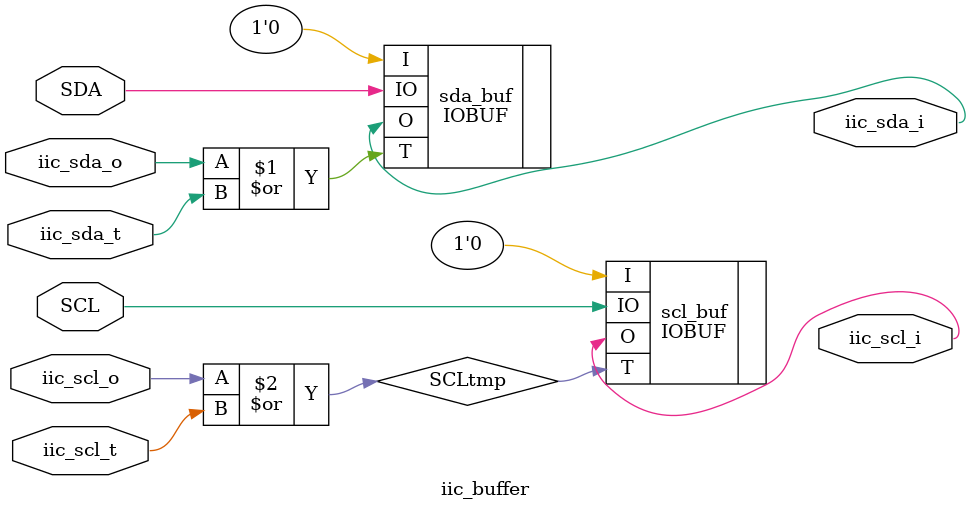
<source format=v>
`timescale 1ns / 1ps


module iic_buffer(

    output iic_scl_i, // IIC Serial Clock Input from 3-state buffer (required)
    input iic_scl_o, // IIC Serial Clock Output to 3-state buffer (required)
    input iic_scl_t, // IIC Serial Clock Output Enable to 3-state buffer (required)
    output iic_sda_i, // IIC Serial Data Input from 3-state buffer (required)
    input iic_sda_o, // IIC Serial Data Output to 3-state buffer (required)
    input iic_sda_t, // IIC Serial Data Output Enable to 3-state buffer (required)

	inout SCL,
	inout SDA
	
	
    );
    
    IOBUF sda_buf(.I(1'b0), .O(iic_sda_i), .T(iic_sda_o | iic_sda_t), .IO(SDA));
    
    wire SCLtmp;
    assign SCLtmp =  iic_scl_o| iic_scl_t;
    IOBUF scl_buf(.I(1'b0), .O(iic_scl_i), .T(SCLtmp), .IO(SCL));
   
endmodule

</source>
